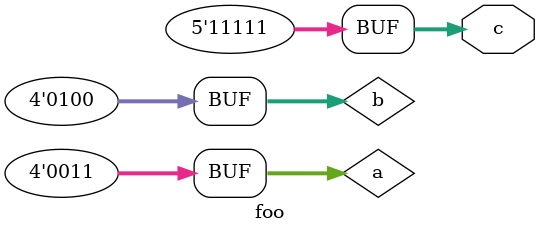
<source format=v>
/*
 Name:        signed6.v
 Author:      Trevor Williams  (phase1geo@gmail.com)
 Date:        02/09/2009
 Purpose:     Verifies that signed outputs work properly.
*/

module main;

wire signed [4:0] x;

foo f( x );

initial begin
`ifdef DUMP
        $dumpfile( "signed6.vcd" );
        $dumpvars( 0, main );
`endif
        #10;
        $finish;
end

endmodule


module foo(c);

output signed [4:0] c;

reg [3:0] a;
reg [3:0] b;
reg signed [4:0] c;

initial begin
	a = 4'h3;
	b = 4'h4;
	#5;
	c = a - b;
end

endmodule

</source>
